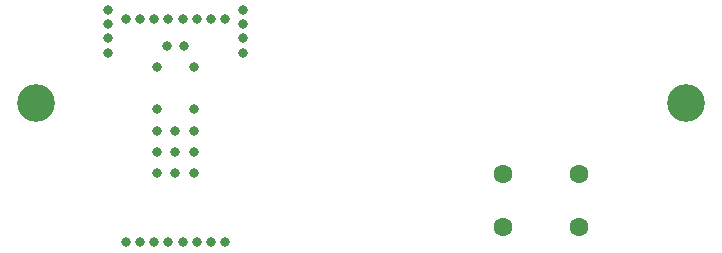
<source format=gbr>
%TF.GenerationSoftware,KiCad,Pcbnew,8.0.7*%
%TF.CreationDate,2025-04-13T14:21:12-04:00*%
%TF.ProjectId,radio,72616469-6f2e-46b6-9963-61645f706362,rev?*%
%TF.SameCoordinates,Original*%
%TF.FileFunction,Soldermask,Bot*%
%TF.FilePolarity,Negative*%
%FSLAX46Y46*%
G04 Gerber Fmt 4.6, Leading zero omitted, Abs format (unit mm)*
G04 Created by KiCad (PCBNEW 8.0.7) date 2025-04-13 14:21:12*
%MOMM*%
%LPD*%
G01*
G04 APERTURE LIST*
%ADD10C,0.800000*%
%ADD11C,1.600000*%
%ADD12C,3.200000*%
G04 APERTURE END LIST*
D10*
%TO.C,U2*%
X141000000Y-94700000D03*
X141000000Y-93500000D03*
X141000000Y-92300000D03*
X141000000Y-91100000D03*
X139500000Y-91850000D03*
X138300000Y-91850000D03*
X137100000Y-91850000D03*
X135900000Y-91850000D03*
X134700000Y-91850000D03*
X133500000Y-91850000D03*
X132300000Y-91850000D03*
X131100000Y-91850000D03*
X129600000Y-91100000D03*
X129600000Y-92300000D03*
X129600000Y-93500000D03*
X129600000Y-94700000D03*
X131100000Y-110750000D03*
X132300000Y-110750000D03*
X133500000Y-110750000D03*
X134700000Y-110750000D03*
X135900000Y-110750000D03*
X137100000Y-110750000D03*
X138300000Y-110750000D03*
X139500000Y-110750000D03*
X136840000Y-95900000D03*
X136000000Y-94100000D03*
X134600000Y-94100000D03*
X133760000Y-95900000D03*
X133760000Y-99500000D03*
X133760000Y-101300000D03*
X133760000Y-103100000D03*
X133760000Y-104900000D03*
X135300000Y-104900000D03*
X135300000Y-103100000D03*
X135300000Y-101300000D03*
X136840000Y-99500000D03*
X136840000Y-101300000D03*
X136840000Y-103100000D03*
X136840000Y-104900000D03*
%TD*%
D11*
%TO.C,SW1*%
X163000000Y-105000000D03*
X169500000Y-105000000D03*
X163000000Y-109500000D03*
X169500000Y-109500000D03*
%TD*%
D12*
%TO.C,H1*%
X123500000Y-99000000D03*
%TD*%
%TO.C,H2*%
X178500000Y-99000000D03*
%TD*%
M02*

</source>
